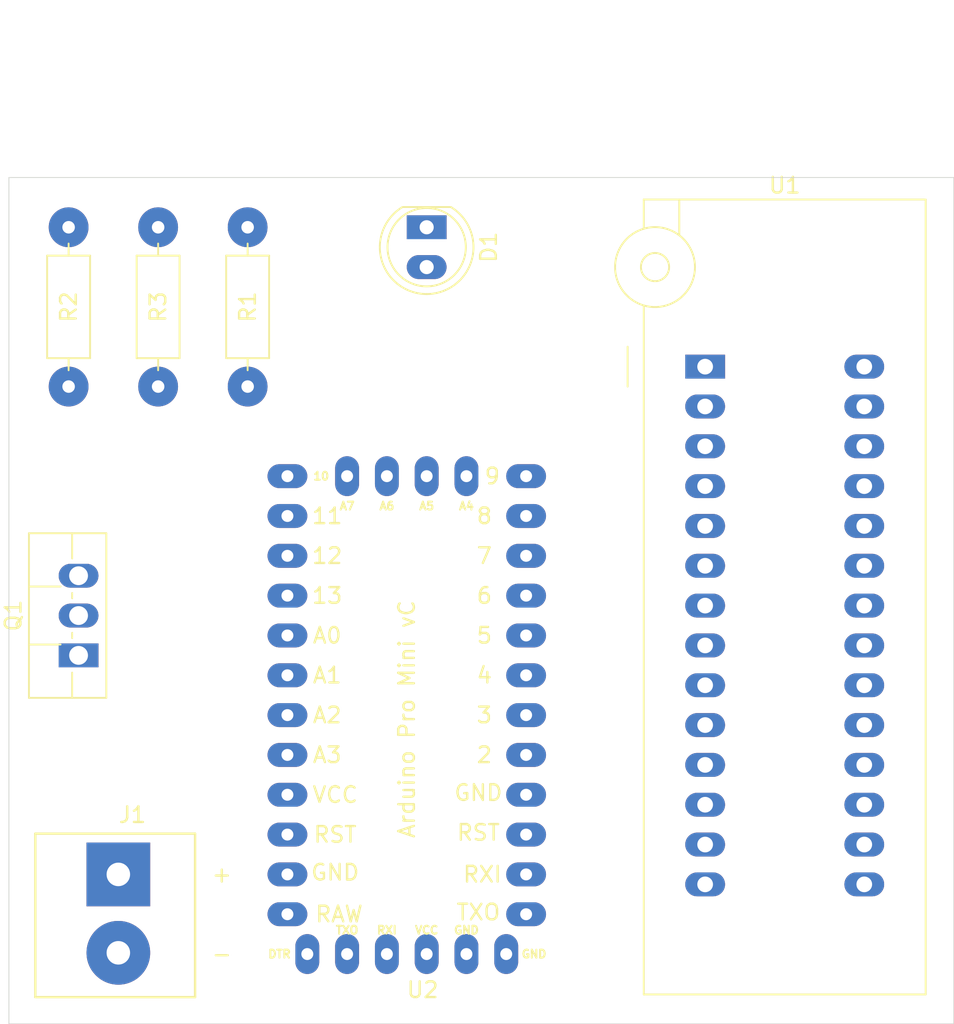
<source format=kicad_pcb>
(kicad_pcb (version 20211014) (generator pcbnew)
  (layers (0 "F.Cu" signal) (31 "B.Cu" signal) (34 "B.Paste" user) (35 "F.Paste" user) (36 "B.SilkS" user "B.Silkscreen") (37 "F.SilkS" user "F.Silkscreen") (38 "B.Mask" user) (39 "F.Mask" user) (44 "Edge.Cuts" user))
  (net 0 "")
  (net 1 "+5V")
  (net 2 "Net-(D1-Pad1)")
  (net 3 "GND")
  (net 4 "+12V")
  (net 5 "Net-(Q1-Pad2)")
  (net 6 "Net-(U1-Pad28)")
  (net 7 "DATA0")
  (net 8 "Net-(U1-Pad27)")
  (net 9 "PAGEL")
  (net 10 "Net-(U1-Pad26)")
  (net 11 "XA1")
  (net 12 "BS2")
  (net 13 "XA0")
  (net 14 "DATA7")
  (net 15 "Net-(U1-Pad10)")
  (net 16 "DATA6")
  (net 17 "XTAL1")
  (net 18 "Net-(U1-Pad21)")
  (net 19 "BS1")
  (net 20 "DATA5")
  (net 21 "DATA4")
  (net 22 "DATA3")
  (net 23 "RDY")
  (net 24 "DATA2")
  (net 25 "Net-(U1-Pad2)")
  (net 26 "DATA1")
  (net 27 "Net-(U2-Pad28)")
  (net 28 "Net-(U2-Pad27)")
  (net 29 "Net-(U2-Pad34)")
  (net 30 "Net-(U2-Pad33)")
  (net 31 "Net-(U2-Pad32)")
  (net 32 "Net-(U2-Pad31)")
  (net 33 "Net-(U2-Pad30)")
  (net 34 "Net-(U2-Pad29)")
  (net 35 "VCC")
  (net 36 "Net-(U2-Pad15)")
  (net 37 "Net-(U2-Pad13)")
  (net 38 "Net-(U2-Pad4)")
  (net 39 "Net-(U2-Pad3)")
  (net 40 "Net-(U2-Pad2)")
  (net 41 "~{RESET}")
  (net 42 "~{RST}")
  (net 43 "~{WR}")
  (net 44 "~{OE}")
  (footprint "My_Misc:LED_D5.0mm_larger_pads" (layer "F.Cu") (at 74.93 54.61 -90)
    (fp_text reference "D1" (at 1.27 -3.96 90) (layer "F.SilkS"))
    (fp_text value "LED" hide)
    (fp_line (start -1.29 -1.545) (end -1.29 1.545) (layer "F.SilkS") (width 0.12))
    (fp_arc (start -1.29 -1.54483) (mid 2.072002 -2.880433) (end 4.26 0.000462) (layer "F.SilkS") (width 0.12))
    (fp_arc (start 4.26 -0.000462) (mid 2.072002 2.880433) (end -1.29 1.54483) (layer "F.SilkS") (width 0.12))
    (fp_circle (center 1.27 0) (end 3.77 0) (layer "F.SilkS") (width 0.12) (fill none))
    (pad "1" thru_hole rect locked (at 0 0 270) (size 1.524 2.54) (drill 0.9) (layers *.Cu *.Mask) (net 2 "Net-(D1-Pad1)"))
    (pad "2" thru_hole oval locked (at 2.54 0 270) (size 1.524 2.54) (drill 0.9) (layers *.Cu *.Mask) (net 1 "+5V"))
  )
  (footprint "My_Parts:2-pole_power_in_screw_terminal" (layer "F.Cu") (at 55.245 95.885)
    (fp_text reference "J1" (at 0.9 -3.8) (layer "F.SilkS"))
    (fp_text value "2-pin_power_input_header" hide)
    (fp_text user "+" (at 6.604 0) (layer "F.SilkS"))
    (fp_text user "-" (at 6.604 5.08) (layer "F.SilkS"))
    (fp_line (start 4.9 7.828) (end -5.3 7.828) (layer "F.SilkS") (width 0.15))
    (fp_line (start -5.3 -2.6) (end 4.9 -2.6) (layer "F.SilkS") (width 0.15))
    (fp_line (start -5.3 -2.6) (end -5.3 7.828) (layer "F.SilkS") (width 0.15))
    (fp_line (start 4.9 -2.6) (end 4.9 7.828) (layer "F.SilkS") (width 0.15))
    (pad "1" thru_hole rect locked (at 0 0) (size 4.064 4.064) (drill 1.5) (layers *.Cu *.Mask) (net 4 "+12V"))
    (pad "2" thru_hole circle locked (at 0 5) (size 4.064 4.064) (drill 1.5) (layers *.Cu *.Mask) (net 3 "GND"))
  )
  (footprint "My_Parts:TO-220F-3_Vertical_large" (layer "F.Cu") (at 52.705 81.915 90)
    (fp_text reference "Q1" (at 2.54 -4.1675 90) (layer "F.SilkS"))
    (fp_text value "2N3904")
    (fp_line (start 4.391 -3.168) (end 4.391 -1.15) (layer "F.SilkS") (width 0.12))
    (fp_line (start 1.103 -0.408) (end 1.438 -0.408) (layer "F.SilkS") (width 0.12))
    (fp_line (start -2.71 1.773) (end 7.79 1.773) (layer "F.SilkS") (width 0.12))
    (fp_line (start -2.71 -3.168) (end 7.79 -3.168) (layer "F.SilkS") (width 0.12))
    (fp_line (start -2.71 -3.168) (end -2.71 1.773) (layer "F.SilkS") (width 0.12))
    (fp_line (start 0.69 -3.168) (end 0.69 -1.15) (layer "F.SilkS") (width 0.12))
    (fp_line (start 7.79 -3.168) (end 7.79 1.773) (layer "F.SilkS") (width 0.12))
    (fp_line (start 6.183 -0.408) (end 7.79 -0.408) (layer "F.SilkS") (width 0.12))
    (fp_line (start 3.643 -0.408) (end 3.978 -0.408) (layer "F.SilkS") (width 0.12))
    (fp_line (start -2.71 -0.408) (end -1.103 -0.408) (layer "F.SilkS") (width 0.12))
    (pad "1" thru_hole rect locked (at 0 0 90) (size 1.524 2.54) (drill 1.2) (layers *.Cu *.Mask) (net 3 "GND"))
    (pad "2" thru_hole oval locked (at 2.54 0 90) (size 1.524 2.54) (drill 1.2) (layers *.Cu *.Mask) (net 5 "Net-(Q1-Pad2)"))
    (pad "3" thru_hole oval locked (at 5.08 0 90) (size 1.524 2.54) (drill 1.2) (layers *.Cu *.Mask) (net 41 "~{RESET}"))
  )
  (footprint "My_Misc:R_Axial_DIN0207_L6.3mm_D2.5mm_P10.16mm_Horizontal_larger_pads" (layer "F.Cu") (at 63.5 54.61 -90)
    (fp_text reference "R1" (at 5.08 0 90) (layer "F.SilkS"))
    (fp_text value "390R" hide)
    (fp_line (start 1.81 1.37) (end 8.35 1.37) (layer "F.SilkS") (width 0.12))
    (fp_line (start 9.12 0) (end 8.35 0) (layer "F.SilkS") (width 0.12))
    (fp_line (start 8.35 -1.37) (end 1.81 -1.37) (layer "F.SilkS") (width 0.12))
    (fp_line (start 8.35 1.37) (end 8.35 -1.37) (layer "F.SilkS") (width 0.12))
    (fp_line (start 1.04 0) (end 1.81 0) (layer "F.SilkS") (width 0.12))
    (fp_line (start 1.81 -1.37) (end 1.81 1.37) (layer "F.SilkS") (width 0.12))
    (pad "1" thru_hole circle locked (at 0 0 270) (size 2.54 2.54) (drill 0.8) (layers *.Cu *.Mask) (net 2 "Net-(D1-Pad1)"))
    (pad "2" thru_hole circle locked (at 10.16 0 270) (size 2.54 2.54) (drill 0.8) (layers *.Cu *.Mask) (net 42 "~{RST}"))
  )
  (footprint "My_Misc:R_Axial_DIN0207_L6.3mm_D2.5mm_P10.16mm_Horizontal_larger_pads" (layer "F.Cu") (at 52.07 54.61 -90)
    (fp_text reference "R2" (at 5.08 0 90) (layer "F.SilkS"))
    (fp_text value "1k" hide)
    (fp_line (start 9.12 0) (end 8.35 0) (layer "F.SilkS") (width 0.12))
    (fp_line (start 8.35 1.37) (end 8.35 -1.37) (layer "F.SilkS") (width 0.12))
    (fp_line (start 1.81 -1.37) (end 1.81 1.37) (layer "F.SilkS") (width 0.12))
    (fp_line (start 8.35 -1.37) (end 1.81 -1.37) (layer "F.SilkS") (width 0.12))
    (fp_line (start 1.81 1.37) (end 8.35 1.37) (layer "F.SilkS") (width 0.12))
    (fp_line (start 1.04 0) (end 1.81 0) (layer "F.SilkS") (width 0.12))
    (pad "1" thru_hole circle locked (at 0 0 270) (size 2.54 2.54) (drill 0.8) (layers *.Cu *.Mask) (net 4 "+12V"))
    (pad "2" thru_hole circle locked (at 10.16 0 270) (size 2.54 2.54) (drill 0.8) (layers *.Cu *.Mask) (net 41 "~{RESET}"))
  )
  (footprint "My_Misc:R_Axial_DIN0207_L6.3mm_D2.5mm_P10.16mm_Horizontal_larger_pads" (layer "F.Cu") (at 57.785 54.61 -90)
    (fp_text reference "R3" (at 5.08 0 90) (layer "F.SilkS"))
    (fp_text value "1k" hide)
    (fp_line (start 8.35 -1.37) (end 1.81 -1.37) (layer "F.SilkS") (width 0.12))
    (fp_line (start 9.12 0) (end 8.35 0) (layer "F.SilkS") (width 0.12))
    (fp_line (start 1.81 1.37) (end 8.35 1.37) (layer "F.SilkS") (width 0.12))
    (fp_line (start 1.04 0) (end 1.81 0) (layer "F.SilkS") (width 0.12))
    (fp_line (start 1.81 -1.37) (end 1.81 1.37) (layer "F.SilkS") (width 0.12))
    (fp_line (start 8.35 1.37) (end 8.35 -1.37) (layer "F.SilkS") (width 0.12))
    (pad "1" thru_hole circle locked (at 0 0 270) (size 2.54 2.54) (drill 0.8) (layers *.Cu *.Mask) (net 42 "~{RST}"))
    (pad "2" thru_hole circle locked (at 10.16 0 270) (size 2.54 2.54) (drill 0.8) (layers *.Cu *.Mask) (net 5 "Net-(Q1-Pad2)"))
  )
  (footprint "My_Misc:ZIF_DIP_Socket-28_W6.9_W7.62_W10.16_W12.7_W13.5_3M_228-4817-00-0602J_large" (layer "F.Cu") (at 92.71 63.5)
    (fp_text reference "U1" (at 5.08 -11.56) (layer "F.SilkS"))
    (fp_text value "ATmega328P-PU")
    (fp_line (start -3.92 -3.9) (end -3.92 40.04) (layer "F.SilkS") (width 0.12))
    (fp_line (start 14.08 40.04) (end 14.08 -10.66) (layer "F.SilkS") (width 0.12))
    (fp_line (start -4.95 1.27) (end -4.95 -1.27) (layer "F.SilkS") (width 0.12))
    (fp_line (start -3.92 -10.66) (end -3.92 -8.8) (layer "F.SilkS") (width 0.12))
    (fp_line (start -1.65 -10.66) (end -1.65 -8.4) (layer "F.SilkS") (width 0.12))
    (fp_line (start -3.92 40.04) (end 14.08 40.04) (layer "F.SilkS") (width 0.12))
    (fp_line (start 14.08 -10.66) (end -3.92 -10.66) (layer "F.SilkS") (width 0.12))
    (fp_circle (center -3.2 -6.35) (end -2.3 -6.35) (layer "F.SilkS") (width 0.12) (fill none))
    (fp_circle (center -3.2 -6.35) (end -0.65 -6.35) (layer "F.SilkS") (width 0.12) (fill none))
    (pad "1" thru_hole rect locked (at 0 0) (size 2.54 1.524) (drill 1) (layers *.Cu *.Mask) (net 41 "~{RESET}"))
    (pad "2" thru_hole oval locked (at 0 2.54) (size 2.54 1.524) (drill 1) (layers *.Cu *.Mask) (net 25 "Net-(U1-Pad2)"))
    (pad "3" thru_hole oval locked (at 0 5.08) (size 2.54 1.524) (drill 1) (layers *.Cu *.Mask) (net 23 "RDY"))
    (pad "4" thru_hole oval locked (at 0 7.62) (size 2.54 1.524) (drill 1) (layers *.Cu *.Mask) (net 44 "~{OE}"))
    (pad "5" thru_hole oval locked (at 0 10.16) (size 2.54 1.524) (drill 1) (layers *.Cu *.Mask) (net 43 "~{WR}"))
    (pad "6" thru_hole oval locked (at 0 12.7) (size 2.54 1.524) (drill 1) (layers *.Cu *.Mask) (net 19 "BS1"))
    (pad "7" thru_hole oval locked (at 0 15.24) (size 2.54 1.524) (drill 1) (layers *.Cu *.Mask) (net 1 "+5V"))
    (pad "8" thru_hole oval locked (at 0 17.78) (size 2.54 1.524) (drill 1) (layers *.Cu *.Mask) (net 3 "GND"))
    (pad "9" thru_hole oval locked (at 0 20.32) (size 2.54 1.524) (drill 1) (layers *.Cu *.Mask) (net 17 "XTAL1"))
    (pad "10" thru_hole oval locked (at 0 22.86) (size 2.54 1.524) (drill 1) (layers *.Cu *.Mask) (net 15 "Net-(U1-Pad10)"))
    (pad "11" thru_hole oval locked (at 0 25.4) (size 2.54 1.524) (drill 1) (layers *.Cu *.Mask) (net 13 "XA0"))
    (pad "12" thru_hole oval locked (at 0 27.94) (size 2.54 1.524) (drill 1) (layers *.Cu *.Mask) (net 11 "XA1"))
    (pad "13" thru_hole oval locked (at 0 30.48) (size 2.54 1.524) (drill 1) (layers *.Cu *.Mask) (net 9 "PAGEL"))
    (pad "14" thru_hole oval locked (at 0 33.02) (size 2.54 1.524) (drill 1) (layers *.Cu *.Mask) (net 7 "DATA0"))
    (pad "15" thru_hole oval locked (at 10.16 33.02) (size 2.54 1.524) (drill 1) (layers *.Cu *.Mask) (net 26 "DATA1"))
    (pad "16" thru_hole oval locked (at 10.16 30.48) (size 2.54 1.524) (drill 1) (layers *.Cu *.Mask) (net 24 "DATA2"))
    (pad "17" thru_hole oval locked (at 10.16 27.94) (size 2.54 1.524) (drill 1) (layers *.Cu *.Mask) (net 22 "DATA3"))
    (pad "18" thru_hole oval locked (at 10.16 25.4) (size 2.54 1.524) (drill 1) (layers *.Cu *.Mask) (net 21 "DATA4"))
    (pad "19" thru_hole oval locked (at 10.16 22.86) (size 2.54 1.524) (drill 1) (layers *.Cu *.Mask) (net 20 "DATA5"))
    (pad "20" thru_hole oval locked (at 10.16 20.32) (size 2.54 1.524) (drill 1) (layers *.Cu *.Mask) (net 1 "+5V"))
    (pad "21" thru_hole oval locked (at 10.16 17.78) (size 2.54 1.524) (drill 1) (layers *.Cu *.Mask) (net 18 "Net-(U1-Pad21)"))
    (pad "22" thru_hole oval locked (at 10.16 15.24) (size 2.54 1.524) (drill 1) (layers *.Cu *.Mask) (net 3 "GND"))
    (pad "23" thru_hole oval locked (at 10.16 12.7) (size 2.54 1.524) (drill 1) (layers *.Cu *.Mask) (net 16 "DATA6"))
    (pad "24" thru_hole oval locked (at 10.16 10.16) (size 2.54 1.524) (drill 1) (layers *.Cu *.Mask) (net 14 "DATA7"))
    (pad "25" thru_hole oval locked (at 10.16 7.62) (size 2.54 1.524) (drill 1) (layers *.Cu *.Mask) (net 12 "BS2"))
    (pad "26" thru_hole oval locked (at 10.16 5.08) (size 2.54 1.524) (drill 1) (layers *.Cu *.Mask) (net 10 "Net-(U1-Pad26)"))
    (pad "27" thru_hole oval locked (at 10.16 2.54) (size 2.54 1.524) (drill 1) (layers *.Cu *.Mask) (net 8 "Net-(U1-Pad27)"))
    (pad "28" thru_hole oval locked (at 10.16 0) (size 2.54 1.524) (drill 1) (layers *.Cu *.Mask) (net 6 "Net-(U1-Pad28)"))
  )
  (footprint "My_Arduino:Arduino_Pro_Mini_vC_larger_pads" (layer "F.Cu") (at 82.55 102.362 180)
    (fp_text reference "U2" (at 7.874 -0.889) (layer "F.SilkS"))
    (fp_text value "Arduino_Mini_Pro" hide)
    (fp_text user "8" (at 3.937 29.337) (layer "F.SilkS"))
    (fp_text user "A0" (at 13.97 21.717) (layer "F.SilkS"))
    (fp_text user "10" (at 14.351 31.877) (layer "F.SilkS") (effects (font (size 0.508 0.508) (thickness 0.127))))
    (fp_text user "A5" (at 7.62 29.972) (layer "F.SilkS") (effects (font (size 0.508 0.508) (thickness 0.127))))
    (fp_text user "A7" (at 12.7 29.972) (layer "F.SilkS") (effects (font (size 0.508 0.508) (thickness 0.127))))
    (fp_text user "VCC" (at 13.462 11.557) (layer "F.SilkS"))
    (fp_text user "5" (at 3.937 21.717) (layer "F.SilkS"))
    (fp_text user "TXO" (at 4.318 4.064) (layer "F.SilkS"))
    (fp_text user "Arduino Pro Mini vC" (at 8.89 16.383 270) (layer "F.SilkS"))
    (fp_text user "6" (at 3.937 24.257) (layer "F.SilkS"))
    (fp_text user "RST" (at 13.462 9.017) (layer "F.SilkS"))
    (fp_text user "A3" (at 13.97 14.097) (layer "F.SilkS"))
    (fp_text user "VCC" (at 7.62 2.921) (layer "F.SilkS") (effects (font (size 0.508 0.508) (thickness 0.127))))
    (fp_text user "3" (at 3.937 16.637) (layer "F.SilkS"))
    (fp_text user "RXI" (at 10.16 2.921) (layer "F.SilkS") (effects (font (size 0.508 0.508) (thickness 0.127))))
    (fp_text user "A6" (at 10.16 29.972) (layer "F.SilkS") (effects (font (size 0.508 0.508) (thickness 0.127))))
    (fp_text user "RXI" (at 4.064 6.477) (layer "F.SilkS"))
    (fp_text user "GND" (at 0.762 1.397) (layer "F.SilkS") (effects (font (size 0.508 0.508) (thickness 0.127))))
    (fp_text user "2" (at 3.937 14.097) (layer "F.SilkS"))
    (fp_text user "4" (at 3.937 19.177) (layer "F.SilkS"))
    (fp_text user "12" (at 13.97 26.797) (layer "F.SilkS"))
    (fp_text user "A1" (at 13.97 19.177) (layer "F.SilkS"))
    (fp_text user "DTR" (at 17.018 1.397) (layer "F.SilkS") (effects (font (size 0.508 0.508) (thickness 0.127))))
    (fp_text user "13" (at 13.97 24.257) (layer "F.SilkS"))
    (fp_text user "RAW" (at 13.208 3.937) (layer "F.SilkS"))
    (fp_text user "TXO" (at 12.7 2.921) (layer "F.SilkS") (effects (font (size 0.508 0.508) (thickness 0.127))))
    (fp_text user "9" (at 3.429 31.877) (layer "F.SilkS"))
    (fp_text user "11" (at 13.97 29.337) (layer "F.SilkS"))
    (fp_text user "GND" (at 5.08 2.921) (layer "F.SilkS") (effects (font (size 0.508 0.508) (thickness 0.127))))
    (fp_text user "RST" (at 4.318 9.144) (layer "F.SilkS"))
    (fp_text user "GND" (at 13.462 6.604) (layer "F.SilkS"))
    (fp_text user "A4" (at 5.08 29.972) (layer "F.SilkS") (effects (font (size 0.508 0.508) (thickness 0.127))))
    (fp_text user "GND" (at 4.318 11.684) (layer "F.SilkS"))
    (fp_text user "A2" (at 13.97 16.637) (layer "F.SilkS"))
    (fp_text user "7" (at 3.937 26.797) (layer "F.SilkS"))
    (pad "1" thru_hole oval locked (at 1.27 3.937 180) (size 2.54 1.524) (drill 0.762) (layers *.Cu *.Mask) (net 26 "DATA1"))
    (pad "2" thru_hole oval locked (at 1.27 6.477 180) (size 2.54 1.524) (drill 0.762) (layers *.Cu *.Mask) (net 40 "Net-(U2-Pad2)"))
    (pad "3" thru_hole oval locked (at 1.27 9.017 180) (size 2.54 1.524) (drill 0.762) (layers *.Cu *.Mask) (net 39 "Net-(U2-Pad3)"))
    (pad "4" thru_hole oval locked (at 1.27 11.557 180) (size 2.54 1.524) (drill 0.762) (layers *.Cu *.Mask) (net 38 "Net-(U2-Pad4)"))
    (pad "5" thru_hole oval locked (at 1.27 14.097 180) (size 2.54 1.524) (drill 0.762) (layers *.Cu *.Mask) (net 24 "DATA2"))
    (pad "6" thru_hole oval locked (at 1.27 16.637 180) (size 2.54 1.524) (drill 0.762) (layers *.Cu *.Mask) (net 22 "DATA3"))
    (pad "7" thru_hole oval locked (at 1.27 19.177 180) (size 2.54 1.524) (drill 0.762) (layers *.Cu *.Mask) (net 21 "DATA4"))
    (pad "8" thru_hole oval locked (at 1.27 21.717 180) (size 2.54 1.524) (drill 0.762) (layers *.Cu *.Mask) (net 20 "DATA5"))
    (pad "9" thru_hole oval locked (at 1.27 24.257 180) (size 2.54 1.524) (drill 0.762) (layers *.Cu *.Mask) (net 16 "DATA6"))
    (pad "10" thru_hole oval locked (at 1.27 26.797 180) (size 2.54 1.524) (drill 0.762) (layers *.Cu *.Mask) (net 14 "DATA7"))
    (pad "11" thru_hole oval locked (at 1.27 29.337 180) (size 2.54 1.524) (drill 0.762) (layers *.Cu *.Mask) (net 13 "XA0"))
    (pad "12" thru_hole oval locked (at 1.27 31.877 180) (size 2.54 1.524) (drill 0.762) (layers *.Cu *.Mask) (net 12 "BS2"))
    (pad "13" thru_hole oval locked (at 16.51 3.937 180) (size 2.54 1.524) (drill 0.762) (layers *.Cu *.Mask) (net 37 "Net-(U2-Pad13)"))
    (pad "14" thru_hole oval locked (at 16.51 6.477 180) (size 2.54 1.524) (drill 0.762) (layers *.Cu *.Mask) (net 3 "GND"))
    (pad "15" thru_hole oval locked (at 16.51 9.017 180) (size 2.54 1.524) (drill 0.762) (layers *.Cu *.Mask) (net 36 "Net-(U2-Pad15)"))
    (pad "16" thru_hole oval locked (at 16.51 11.557 180) (size 2.54 1.524) (drill 0.762) (layers *.Cu *.Mask) (net 1 "+5V"))
    (pad "17" thru_hole oval locked (at 16.51 14.097 180) (size 2.54 1.524) (drill 0.762) (layers *.Cu *.Mask) (net 17 "XTAL1"))
    (pad "18" thru_hole oval locked (at 16.51 16.637 180) (size 2.54 1.524) (drill 0.762) (layers *.Cu *.Mask) (net 19 "BS1"))
    (pad "19" thru_hole oval locked (at 16.51 19.177 180) (size 2.54 1.524) (drill 0.762) (layers *.Cu *.Mask) (net 7 "DATA0"))
    (pad "20" thru_hole oval locked (at 16.51 21.717 180) (size 2.54 1.524) (drill 0.762) (layers *.Cu *.Mask) (net 42 "~{RST}"))
    (pad "21" thru_hole oval locked (at 16.51 24.257 180) (size 2.54 1.524) (drill 0.762) (layers *.Cu *.Mask) (net 23 "RDY"))
    (pad "22" thru_hole oval locked (at 16.51 26.797 180) (size 2.54 1.524) (drill 0.762) (layers *.Cu *.Mask) (net 35 "VCC"))
    (pad "23" thru_hole oval locked (at 16.51 29.337 180) (size 2.54 1.524) (drill 0.762) (layers *.Cu *.Mask) (net 44 "~{OE}"))
    (pad "24" thru_hole oval locked (at 16.51 31.877 180) (size 2.54 1.524) (drill 0.762) (layers *.Cu *.Mask) (net 43 "~{WR}"))
    (pad "25" thru_hole oval locked (at 5.08 31.877 180) (size 1.524 2.54) (drill 0.762) (layers *.Cu *.Mask) (net 11 "XA1"))
    (pad "26" thru_hole oval locked (at 7.62 31.877 180) (size 1.524 2.54) (drill 0.762) (layers *.Cu *.Mask) (net 9 "PAGEL"))
    (pad "27" thru_hole oval locked (at 10.16 31.877 180) (size 1.524 2.54) (drill 0.762) (layers *.Cu *.Mask) (net 28 "Net-(U2-Pad27)"))
    (pad "28" thru_hole oval locked (at 12.7 31.877 180) (size 1.524 2.54) (drill 0.762) (layers *.Cu *.Mask) (net 27 "Net-(U2-Pad28)"))
    (pad "29" thru_hole oval locked (at 2.54 1.397 180) (size 1.524 2.54) (drill 0.762) (layers *.Cu *.Mask) (net 34 "Net-(U2-Pad29)"))
    (pad "30" thru_hole oval locked (at 5.08 1.397 180) (size 1.524 2.54) (drill 0.762) (layers *.Cu *.Mask) (net 33 "Net-(U2-Pad30)"))
    (pad "31" thru_hole oval locked (at 7.62 1.397 180) (size 1.524 2.54) (drill 0.762) (layers *.Cu *.Mask) (net 32 "Net-(U2-Pad31)"))
    (pad "32" thru_hole oval locked (at 10.16 1.397 180) (size 1.524 2.54) (drill 0.762) (layers *.Cu *.Mask) (net 31 "Net-(U2-Pad32)"))
    (pad "33" thru_hole oval locked (at 12.7 1.397 180) (size 1.524 2.54) (drill 0.762) (layers *.Cu *.Mask) (net 30 "Net-(U2-Pad33)"))
    (pad "34" thru_hole oval locked (at 15.24 1.397 180) (size 1.524 2.54) (drill 0.762) (layers *.Cu *.Mask) (net 29 "Net-(U2-Pad34)"))
  )
  (gr_line (start 48.26 105.41) (end 108.585 105.41) (layer "Edge.Cuts") (width 0.05))
  (gr_line (start 108.585 105.41) (end 108.585 51.435) (layer "Edge.Cuts") (width 0.05))
  (gr_line (start 48.26 51.435) (end 48.26 105.41) (layer "Edge.Cuts") (width 0.05))
  (gr_line (start 108.585 51.435) (end 48.26 51.435) (layer "Edge.Cuts") (width 0.05))
)
</source>
